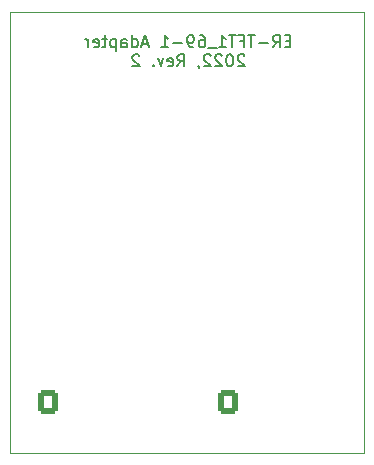
<source format=gbo>
G04 #@! TF.GenerationSoftware,KiCad,Pcbnew,(6.0.2-0)*
G04 #@! TF.CreationDate,2022-09-17T18:07:10+02:00*
G04 #@! TF.ProjectId,ER-TFT1_69-1 Adapter,45522d54-4654-4315-9f36-392d31204164,rev?*
G04 #@! TF.SameCoordinates,Original*
G04 #@! TF.FileFunction,Legend,Bot*
G04 #@! TF.FilePolarity,Positive*
%FSLAX46Y46*%
G04 Gerber Fmt 4.6, Leading zero omitted, Abs format (unit mm)*
G04 Created by KiCad (PCBNEW (6.0.2-0)) date 2022-09-17 18:07:10*
%MOMM*%
%LPD*%
G01*
G04 APERTURE LIST*
G04 Aperture macros list*
%AMRoundRect*
0 Rectangle with rounded corners*
0 $1 Rounding radius*
0 $2 $3 $4 $5 $6 $7 $8 $9 X,Y pos of 4 corners*
0 Add a 4 corners polygon primitive as box body*
4,1,4,$2,$3,$4,$5,$6,$7,$8,$9,$2,$3,0*
0 Add four circle primitives for the rounded corners*
1,1,$1+$1,$2,$3*
1,1,$1+$1,$4,$5*
1,1,$1+$1,$6,$7*
1,1,$1+$1,$8,$9*
0 Add four rect primitives between the rounded corners*
20,1,$1+$1,$2,$3,$4,$5,0*
20,1,$1+$1,$4,$5,$6,$7,0*
20,1,$1+$1,$6,$7,$8,$9,0*
20,1,$1+$1,$8,$9,$2,$3,0*%
G04 Aperture macros list end*
%ADD10C,0.150000*%
%ADD11C,0.120000*%
%ADD12RoundRect,0.250000X-0.600000X-0.725000X0.600000X-0.725000X0.600000X0.725000X-0.600000X0.725000X0*%
%ADD13O,1.700000X1.950000*%
G04 APERTURE END LIST*
D10*
X133744047Y-82598571D02*
X133410714Y-82598571D01*
X133267857Y-83122380D02*
X133744047Y-83122380D01*
X133744047Y-82122380D01*
X133267857Y-82122380D01*
X132267857Y-83122380D02*
X132601190Y-82646190D01*
X132839285Y-83122380D02*
X132839285Y-82122380D01*
X132458333Y-82122380D01*
X132363095Y-82170000D01*
X132315476Y-82217619D01*
X132267857Y-82312857D01*
X132267857Y-82455714D01*
X132315476Y-82550952D01*
X132363095Y-82598571D01*
X132458333Y-82646190D01*
X132839285Y-82646190D01*
X131839285Y-82741428D02*
X131077380Y-82741428D01*
X130744047Y-82122380D02*
X130172619Y-82122380D01*
X130458333Y-83122380D02*
X130458333Y-82122380D01*
X129505952Y-82598571D02*
X129839285Y-82598571D01*
X129839285Y-83122380D02*
X129839285Y-82122380D01*
X129363095Y-82122380D01*
X129125000Y-82122380D02*
X128553571Y-82122380D01*
X128839285Y-83122380D02*
X128839285Y-82122380D01*
X127696428Y-83122380D02*
X128267857Y-83122380D01*
X127982142Y-83122380D02*
X127982142Y-82122380D01*
X128077380Y-82265238D01*
X128172619Y-82360476D01*
X128267857Y-82408095D01*
X127505952Y-83217619D02*
X126744047Y-83217619D01*
X126077380Y-82122380D02*
X126267857Y-82122380D01*
X126363095Y-82170000D01*
X126410714Y-82217619D01*
X126505952Y-82360476D01*
X126553571Y-82550952D01*
X126553571Y-82931904D01*
X126505952Y-83027142D01*
X126458333Y-83074761D01*
X126363095Y-83122380D01*
X126172619Y-83122380D01*
X126077380Y-83074761D01*
X126029761Y-83027142D01*
X125982142Y-82931904D01*
X125982142Y-82693809D01*
X126029761Y-82598571D01*
X126077380Y-82550952D01*
X126172619Y-82503333D01*
X126363095Y-82503333D01*
X126458333Y-82550952D01*
X126505952Y-82598571D01*
X126553571Y-82693809D01*
X125505952Y-83122380D02*
X125315476Y-83122380D01*
X125220238Y-83074761D01*
X125172619Y-83027142D01*
X125077380Y-82884285D01*
X125029761Y-82693809D01*
X125029761Y-82312857D01*
X125077380Y-82217619D01*
X125125000Y-82170000D01*
X125220238Y-82122380D01*
X125410714Y-82122380D01*
X125505952Y-82170000D01*
X125553571Y-82217619D01*
X125601190Y-82312857D01*
X125601190Y-82550952D01*
X125553571Y-82646190D01*
X125505952Y-82693809D01*
X125410714Y-82741428D01*
X125220238Y-82741428D01*
X125125000Y-82693809D01*
X125077380Y-82646190D01*
X125029761Y-82550952D01*
X124601190Y-82741428D02*
X123839285Y-82741428D01*
X122839285Y-83122380D02*
X123410714Y-83122380D01*
X123125000Y-83122380D02*
X123125000Y-82122380D01*
X123220238Y-82265238D01*
X123315476Y-82360476D01*
X123410714Y-82408095D01*
X121696428Y-82836666D02*
X121220238Y-82836666D01*
X121791666Y-83122380D02*
X121458333Y-82122380D01*
X121125000Y-83122380D01*
X120363095Y-83122380D02*
X120363095Y-82122380D01*
X120363095Y-83074761D02*
X120458333Y-83122380D01*
X120648809Y-83122380D01*
X120744047Y-83074761D01*
X120791666Y-83027142D01*
X120839285Y-82931904D01*
X120839285Y-82646190D01*
X120791666Y-82550952D01*
X120744047Y-82503333D01*
X120648809Y-82455714D01*
X120458333Y-82455714D01*
X120363095Y-82503333D01*
X119458333Y-83122380D02*
X119458333Y-82598571D01*
X119505952Y-82503333D01*
X119601190Y-82455714D01*
X119791666Y-82455714D01*
X119886904Y-82503333D01*
X119458333Y-83074761D02*
X119553571Y-83122380D01*
X119791666Y-83122380D01*
X119886904Y-83074761D01*
X119934523Y-82979523D01*
X119934523Y-82884285D01*
X119886904Y-82789047D01*
X119791666Y-82741428D01*
X119553571Y-82741428D01*
X119458333Y-82693809D01*
X118982142Y-82455714D02*
X118982142Y-83455714D01*
X118982142Y-82503333D02*
X118886904Y-82455714D01*
X118696428Y-82455714D01*
X118601190Y-82503333D01*
X118553571Y-82550952D01*
X118505952Y-82646190D01*
X118505952Y-82931904D01*
X118553571Y-83027142D01*
X118601190Y-83074761D01*
X118696428Y-83122380D01*
X118886904Y-83122380D01*
X118982142Y-83074761D01*
X118220238Y-82455714D02*
X117839285Y-82455714D01*
X118077380Y-82122380D02*
X118077380Y-82979523D01*
X118029761Y-83074761D01*
X117934523Y-83122380D01*
X117839285Y-83122380D01*
X117125000Y-83074761D02*
X117220238Y-83122380D01*
X117410714Y-83122380D01*
X117505952Y-83074761D01*
X117553571Y-82979523D01*
X117553571Y-82598571D01*
X117505952Y-82503333D01*
X117410714Y-82455714D01*
X117220238Y-82455714D01*
X117125000Y-82503333D01*
X117077380Y-82598571D01*
X117077380Y-82693809D01*
X117553571Y-82789047D01*
X116648809Y-83122380D02*
X116648809Y-82455714D01*
X116648809Y-82646190D02*
X116601190Y-82550952D01*
X116553571Y-82503333D01*
X116458333Y-82455714D01*
X116363095Y-82455714D01*
X129863095Y-83827619D02*
X129815476Y-83780000D01*
X129720238Y-83732380D01*
X129482142Y-83732380D01*
X129386904Y-83780000D01*
X129339285Y-83827619D01*
X129291666Y-83922857D01*
X129291666Y-84018095D01*
X129339285Y-84160952D01*
X129910714Y-84732380D01*
X129291666Y-84732380D01*
X128672619Y-83732380D02*
X128577380Y-83732380D01*
X128482142Y-83780000D01*
X128434523Y-83827619D01*
X128386904Y-83922857D01*
X128339285Y-84113333D01*
X128339285Y-84351428D01*
X128386904Y-84541904D01*
X128434523Y-84637142D01*
X128482142Y-84684761D01*
X128577380Y-84732380D01*
X128672619Y-84732380D01*
X128767857Y-84684761D01*
X128815476Y-84637142D01*
X128863095Y-84541904D01*
X128910714Y-84351428D01*
X128910714Y-84113333D01*
X128863095Y-83922857D01*
X128815476Y-83827619D01*
X128767857Y-83780000D01*
X128672619Y-83732380D01*
X127958333Y-83827619D02*
X127910714Y-83780000D01*
X127815476Y-83732380D01*
X127577380Y-83732380D01*
X127482142Y-83780000D01*
X127434523Y-83827619D01*
X127386904Y-83922857D01*
X127386904Y-84018095D01*
X127434523Y-84160952D01*
X128005952Y-84732380D01*
X127386904Y-84732380D01*
X127005952Y-83827619D02*
X126958333Y-83780000D01*
X126863095Y-83732380D01*
X126625000Y-83732380D01*
X126529761Y-83780000D01*
X126482142Y-83827619D01*
X126434523Y-83922857D01*
X126434523Y-84018095D01*
X126482142Y-84160952D01*
X127053571Y-84732380D01*
X126434523Y-84732380D01*
X125958333Y-84684761D02*
X125958333Y-84732380D01*
X126005952Y-84827619D01*
X126053571Y-84875238D01*
X124196428Y-84732380D02*
X124529761Y-84256190D01*
X124767857Y-84732380D02*
X124767857Y-83732380D01*
X124386904Y-83732380D01*
X124291666Y-83780000D01*
X124244047Y-83827619D01*
X124196428Y-83922857D01*
X124196428Y-84065714D01*
X124244047Y-84160952D01*
X124291666Y-84208571D01*
X124386904Y-84256190D01*
X124767857Y-84256190D01*
X123386904Y-84684761D02*
X123482142Y-84732380D01*
X123672619Y-84732380D01*
X123767857Y-84684761D01*
X123815476Y-84589523D01*
X123815476Y-84208571D01*
X123767857Y-84113333D01*
X123672619Y-84065714D01*
X123482142Y-84065714D01*
X123386904Y-84113333D01*
X123339285Y-84208571D01*
X123339285Y-84303809D01*
X123815476Y-84399047D01*
X123005952Y-84065714D02*
X122767857Y-84732380D01*
X122529761Y-84065714D01*
X122148809Y-84637142D02*
X122101190Y-84684761D01*
X122148809Y-84732380D01*
X122196428Y-84684761D01*
X122148809Y-84637142D01*
X122148809Y-84732380D01*
X120958333Y-83827619D02*
X120910714Y-83780000D01*
X120815476Y-83732380D01*
X120577380Y-83732380D01*
X120482142Y-83780000D01*
X120434523Y-83827619D01*
X120386904Y-83922857D01*
X120386904Y-84018095D01*
X120434523Y-84160952D01*
X121005952Y-84732380D01*
X120386904Y-84732380D01*
D11*
X109988600Y-80105600D02*
X140011400Y-80105600D01*
X140011400Y-80105600D02*
X140011400Y-117494400D01*
X140011400Y-117494400D02*
X109988600Y-117494400D01*
X109988600Y-117494400D02*
X109988600Y-80105600D01*
%LPC*%
D12*
X113267593Y-113143601D03*
D13*
X115767593Y-113143601D03*
X118267593Y-113143601D03*
X120767593Y-113143601D03*
D12*
X128507593Y-113143601D03*
D13*
X131007593Y-113143601D03*
X133507593Y-113143601D03*
X136007593Y-113143601D03*
M02*

</source>
